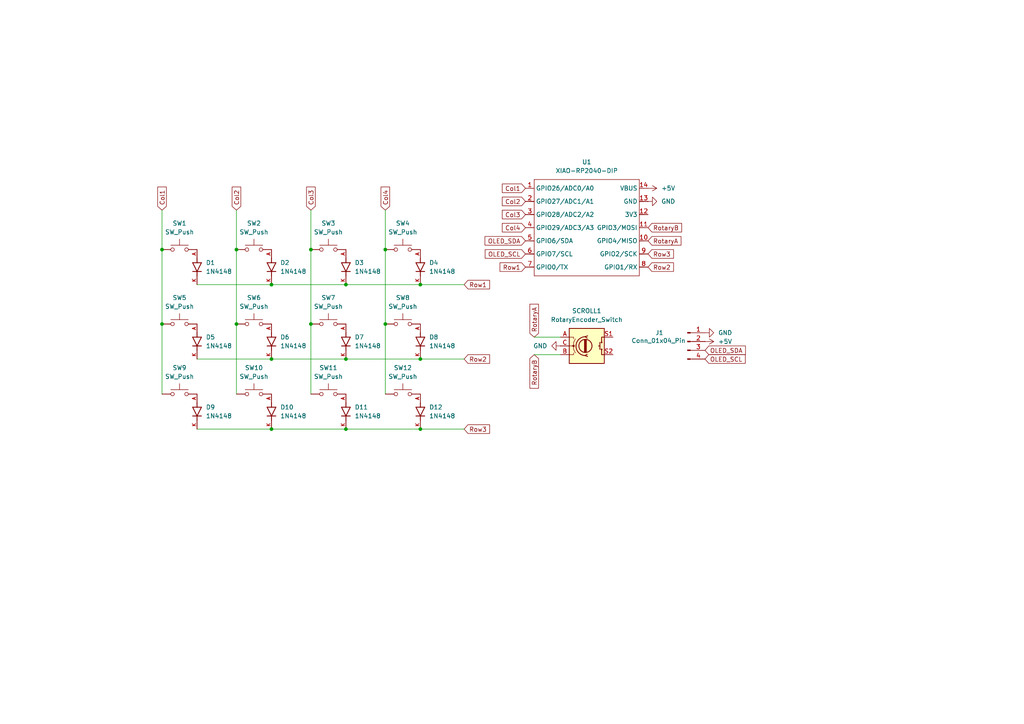
<source format=kicad_sch>
(kicad_sch (version 20250114) (generator "eeschema") (generator_version "9.0")
  (paper "A4")
  (lib_symbols
    (symbol "1N4148:1N4148" (pin_names (offset 1.016))
      (property "Reference" "D" (at -5.08 2.54 0))
      (property "Value" "1N4148" (at -5.08 -3.81 0))
      (symbol "1N4148_0_0"
        (polyline (pts (xy -2.54 0) (xy -1.27 0)) (stroke (width 0.254)))
        (polyline (pts (xy -1.27 1.27) (xy -1.27 0)) (stroke (width 0.254)))
        (polyline (pts (xy -1.27 0) (xy -1.27 -1.27)) (stroke (width 0.254)))
        (polyline (pts (xy -1.27 -1.27) (xy 1.27 0)) (stroke (width 0.254)))
        (polyline (pts (xy 1.27 1.27) (xy 1.27 0)) (stroke (width 0.254)))
        (polyline (pts (xy 1.27 0) (xy -1.27 1.27)) (stroke (width 0.254)))
        (polyline (pts (xy 1.27 0) (xy 1.27 -1.27)) (stroke (width 0.254)))
        (polyline (pts (xy 1.27 0) (xy 2.54 0)) (stroke (width 0.254)))
        (pin passive line (at -5.08 0 0) (length 2.54) (name "~") (number "A"))
        (pin passive line (at 5.08 0 180) (length 2.54) (name "~") (number "K"))
      )
    )
    (symbol "Connector:Conn_01x04_Pin" (pin_names (offset 1.016) (hide yes))
      (property "Reference" "J" (at 0 5.08 0))
      (property "Value" "Conn_01x04_Pin" (at 0 -7.62 0))
      (symbol "Conn_01x04_Pin_1_1"
        (rectangle (start 0.8636 2.667) (end 0 2.413) (stroke (width 0.1524)) (fill (type outline)))
        (rectangle (start 0.8636 0.127) (end 0 -0.127) (stroke (width 0.1524)) (fill (type outline)))
        (rectangle (start 0.8636 -2.413) (end 0 -2.667) (stroke (width 0.1524)) (fill (type outline)))
        (rectangle (start 0.8636 -4.953) (end 0 -5.207) (stroke (width 0.1524)) (fill (type outline)))
        (polyline (pts (xy 1.27 2.54) (xy 0.8636 2.54)) (stroke (width 0.1524)))
        (polyline (pts (xy 1.27 0) (xy 0.8636 0)) (stroke (width 0.1524)))
        (polyline (pts (xy 1.27 -2.54) (xy 0.8636 -2.54)) (stroke (width 0.1524)))
        (polyline (pts (xy 1.27 -5.08) (xy 0.8636 -5.08)) (stroke (width 0.1524)))
        (pin passive line (at 5.08 2.54 180) (length 3.81) (name "Pin_1") (number "1"))
        (pin passive line (at 5.08 0 180) (length 3.81) (name "Pin_2") (number "2"))
        (pin passive line (at 5.08 -2.54 180) (length 3.81) (name "Pin_3") (number "3"))
        (pin passive line (at 5.08 -5.08 180) (length 3.81) (name "Pin_4") (number "4"))
      )
    )
    (symbol "Device:RotaryEncoder_Switch" (pin_names (offset 0.254) (hide yes))
      (property "Reference" "SW" (at 0 6.604 0))
      (property "Value" "RotaryEncoder_Switch" (at 0 -6.604 0))
      (symbol "RotaryEncoder_Switch_0_1"
        (rectangle (start -5.08 5.08) (end 5.08 -5.08) (stroke (width 0.254)) (fill (type background)))
        (polyline (pts (xy -5.08 2.54) (xy -3.81 2.54) (xy -3.81 2.032)))
        (polyline (pts (xy -5.08 0) (xy -3.81 0) (xy -3.81 -1.016) (xy -3.302 -2.032)))
        (polyline (pts (xy -5.08 -2.54) (xy -3.81 -2.54) (xy -3.81 -2.032)))
        (polyline (pts (xy -4.318 0) (xy -3.81 0) (xy -3.81 1.016) (xy -3.302 2.032)))
        (circle (center -3.81 0) (radius 0.254) (fill (type outline)))
        (polyline (pts (xy -0.635 -1.778) (xy -0.635 1.778)) (stroke (width 0.254)))
        (circle (center -0.381 0) (radius 1.905) (stroke (width 0.254)))
        (polyline (pts (xy -0.381 -1.778) (xy -0.381 1.778)) (stroke (width 0.254)))
        (arc (start -0.381 -2.794) (mid -3.0988 -0.0635) (end -0.381 2.667) (stroke (width 0.254)))
        (polyline (pts (xy -0.127 1.778) (xy -0.127 -1.778)) (stroke (width 0.254)))
        (polyline (pts (xy 0.254 2.921) (xy -0.508 2.667) (xy 0.127 2.286)) (stroke (width 0.254)))
        (polyline (pts (xy 0.254 -3.048) (xy -0.508 -2.794) (xy 0.127 -2.413)) (stroke (width 0.254)))
        (polyline (pts (xy 3.81 1.016) (xy 3.81 -1.016)) (stroke (width 0.254)))
        (polyline (pts (xy 3.81 0) (xy 3.429 0)) (stroke (width 0.254)))
        (circle (center 4.318 1.016) (radius 0.127) (stroke (width 0.254)))
        (circle (center 4.318 -1.016) (radius 0.127) (stroke (width 0.254)))
        (polyline (pts (xy 5.08 2.54) (xy 4.318 2.54) (xy 4.318 1.016)) (stroke (width 0.254)))
        (polyline (pts (xy 5.08 -2.54) (xy 4.318 -2.54) (xy 4.318 -1.016)) (stroke (width 0.254)))
      )
      (symbol "RotaryEncoder_Switch_1_1"
        (pin passive line (at -7.62 2.54 0) (length 2.54) (name "A") (number "A"))
        (pin passive line (at -7.62 0 0) (length 2.54) (name "C") (number "C"))
        (pin passive line (at -7.62 -2.54 0) (length 2.54) (name "B") (number "B"))
        (pin passive line (at 7.62 2.54 180) (length 2.54) (name "S1") (number "S1"))
        (pin passive line (at 7.62 -2.54 180) (length 2.54) (name "S2") (number "S2"))
      )
    )
    (symbol "OPL:XIAO-RP2040-DIP"
      (property "Reference" "U" (at 0 0 0))
      (property "Value" "XIAO-RP2040-DIP" (at 5.334 -1.778 0))
      (symbol "XIAO-RP2040-DIP_1_0"
        (polyline (pts (xy -1.27 -2.54) (xy 29.21 -2.54)) (stroke (width 0.1524)))
        (polyline (pts (xy -1.27 -5.08) (xy -2.54 -5.08)) (stroke (width 0.1524)))
        (polyline (pts (xy -1.27 -5.08) (xy -1.27 -2.54)) (stroke (width 0.1524)))
        (polyline (pts (xy -1.27 -8.89) (xy -2.54 -8.89)) (stroke (width 0.1524)))
        (polyline (pts (xy -1.27 -8.89) (xy -1.27 -5.08)) (stroke (width 0.1524)))
        (polyline (pts (xy -1.27 -12.7) (xy -2.54 -12.7)) (stroke (width 0.1524)))
        (polyline (pts (xy -1.27 -12.7) (xy -1.27 -8.89)) (stroke (width 0.1524)))
        (polyline (pts (xy -1.27 -16.51) (xy -2.54 -16.51)) (stroke (width 0.1524)))
        (polyline (pts (xy -1.27 -16.51) (xy -1.27 -12.7)) (stroke (width 0.1524)))
        (polyline (pts (xy -1.27 -20.32) (xy -2.54 -20.32)) (stroke (width 0.1524)))
        (polyline (pts (xy -1.27 -24.13) (xy -2.54 -24.13)) (stroke (width 0.1524)))
        (polyline (pts (xy -1.27 -27.94) (xy -2.54 -27.94)) (stroke (width 0.1524)))
        (polyline (pts (xy -1.27 -30.48) (xy -1.27 -16.51)) (stroke (width 0.1524)))
        (polyline (pts (xy 29.21 -2.54) (xy 29.21 -5.08)) (stroke (width 0.1524)))
        (polyline (pts (xy 29.21 -5.08) (xy 29.21 -8.89)) (stroke (width 0.1524)))
        (polyline (pts (xy 29.21 -8.89) (xy 29.21 -12.7)) (stroke (width 0.1524)))
        (polyline (pts (xy 29.21 -12.7) (xy 29.21 -30.48)) (stroke (width 0.1524)))
        (polyline (pts (xy 29.21 -30.48) (xy -1.27 -30.48)) (stroke (width 0.1524)))
        (polyline (pts (xy 30.48 -5.08) (xy 29.21 -5.08)) (stroke (width 0.1524)))
        (polyline (pts (xy 30.48 -8.89) (xy 29.21 -8.89)) (stroke (width 0.1524)))
        (polyline (pts (xy 30.48 -12.7) (xy 29.21 -12.7)) (stroke (width 0.1524)))
        (polyline (pts (xy 30.48 -16.51) (xy 29.21 -16.51)) (stroke (width 0.1524)))
        (polyline (pts (xy 30.48 -20.32) (xy 29.21 -20.32)) (stroke (width 0.1524)))
        (polyline (pts (xy 30.48 -24.13) (xy 29.21 -24.13)) (stroke (width 0.1524)))
        (polyline (pts (xy 30.48 -27.94) (xy 29.21 -27.94)) (stroke (width 0.1524)))
        (pin passive line (at -3.81 -5.08 0) (length 2.54) (name "GPIO26/ADC0/A0") (number "1"))
        (pin passive line (at -3.81 -8.89 0) (length 2.54) (name "GPIO27/ADC1/A1") (number "2"))
        (pin passive line (at -3.81 -12.7 0) (length 2.54) (name "GPIO28/ADC2/A2") (number "3"))
        (pin passive line (at -3.81 -16.51 0) (length 2.54) (name "GPIO29/ADC3/A3") (number "4"))
        (pin passive line (at -3.81 -20.32 0) (length 2.54) (name "GPIO6/SDA") (number "5"))
        (pin passive line (at -3.81 -24.13 0) (length 2.54) (name "GPIO7/SCL") (number "6"))
        (pin passive line (at -3.81 -27.94 0) (length 2.54) (name "GPIO0/TX") (number "7"))
        (pin passive line (at 31.75 -5.08 180) (length 2.54) (name "VBUS") (number "14"))
        (pin passive line (at 31.75 -8.89 180) (length 2.54) (name "GND") (number "13"))
        (pin passive line (at 31.75 -12.7 180) (length 2.54) (name "3V3") (number "12"))
        (pin passive line (at 31.75 -16.51 180) (length 2.54) (name "GPIO3/MOSI") (number "11"))
        (pin passive line (at 31.75 -20.32 180) (length 2.54) (name "GPIO4/MISO") (number "10"))
        (pin passive line (at 31.75 -24.13 180) (length 2.54) (name "GPIO2/SCK") (number "9"))
        (pin passive line (at 31.75 -27.94 180) (length 2.54) (name "GPIO1/RX") (number "8"))
      )
    )
    (symbol "Switch:SW_Push" (pin_numbers (hide yes)) (pin_names (offset 1.016) (hide yes))
      (property "Reference" "SW" (at 1.27 2.54 0))
      (property "Value" "SW_Push" (at 0 -1.524 0))
      (symbol "SW_Push_0_1"
        (circle (center -2.032 0) (radius 0.508))
        (polyline (pts (xy 0 1.27) (xy 0 3.048)))
        (circle (center 2.032 0) (radius 0.508))
        (polyline (pts (xy 2.54 1.27) (xy -2.54 1.27)))
        (pin passive line (at -5.08 0 0) (length 2.54) (name "1") (number "1"))
        (pin passive line (at 5.08 0 180) (length 2.54) (name "2") (number "2"))
      )
    )
    (symbol "power:+5V" (power) (pin_numbers (hide yes)) (pin_names (offset 0) (hide yes))
      (property "Value" "+5V" (at 0 3.556 0))
      (symbol "+5V_0_1"
        (polyline (pts (xy -0.762 1.27) (xy 0 2.54)))
        (polyline (pts (xy 0 2.54) (xy 0.762 1.27)))
        (polyline (pts (xy 0 0) (xy 0 2.54)))
      )
      (symbol "+5V_1_1"
        (pin power_in line (at 0 0 90) (length 0) (name "~") (number "1"))
      )
    )
    (symbol "power:GND" (power) (pin_numbers (hide yes)) (pin_names (offset 0) (hide yes))
      (property "Value" "GND" (at 0 -3.81 0))
      (symbol "GND_0_1"
        (polyline (pts (xy 0 0) (xy 0 -1.27) (xy 1.27 -1.27) (xy 0 -2.54) (xy -1.27 -1.27) (xy 0 -1.27)))
      )
      (symbol "GND_1_1"
        (pin power_in line (at 0 0 270) (length 0) (name "~") (number "1"))
      )
    )
  )
  (junction (at 121.92 104.14))
  (junction (at 78.74 124.46))
  (junction (at 100.33 104.14))
  (junction (at 68.58 72.39))
  (junction (at 121.92 82.55))
  (junction (at 46.99 93.98))
  (junction (at 111.76 72.39))
  (junction (at 78.74 104.14))
  (junction (at 100.33 82.55))
  (junction (at 68.58 93.98))
  (junction (at 46.99 72.39))
  (junction (at 100.33 124.46))
  (junction (at 90.17 72.39))
  (junction (at 90.17 93.98))
  (junction (at 121.92 124.46))
  (junction (at 78.74 82.55))
  (junction (at 111.76 93.98))
  (wire (pts (xy 46.99 93.98) (xy 46.99 114.3)))
  (wire (pts (xy 57.15 104.14) (xy 78.74 104.14)))
  (wire (pts (xy 68.58 93.98) (xy 68.58 114.3)))
  (wire (pts (xy 57.15 82.55) (xy 78.74 82.55)))
  (wire (pts (xy 90.17 60.96) (xy 90.17 72.39)))
  (wire (pts (xy 121.92 104.14) (xy 134.62 104.14)))
  (wire (pts (xy 68.58 60.96) (xy 68.58 72.39)))
  (wire (pts (xy 154.94 102.87) (xy 162.56 102.87)))
  (wire (pts (xy 78.74 124.46) (xy 100.33 124.46)))
  (wire (pts (xy 154.94 97.79) (xy 162.56 97.79)))
  (wire (pts (xy 78.74 82.55) (xy 100.33 82.55)))
  (wire (pts (xy 57.15 124.46) (xy 78.74 124.46)))
  (wire (pts (xy 90.17 72.39) (xy 90.17 93.98)))
  (wire (pts (xy 68.58 72.39) (xy 68.58 93.98)))
  (wire (pts (xy 46.99 60.96) (xy 46.99 72.39)))
  (wire (pts (xy 121.92 124.46) (xy 134.62 124.46)))
  (wire (pts (xy 111.76 72.39) (xy 111.76 93.98)))
  (wire (pts (xy 111.76 60.96) (xy 111.76 72.39)))
  (wire (pts (xy 100.33 82.55) (xy 121.92 82.55)))
  (wire (pts (xy 90.17 93.98) (xy 90.17 114.3)))
  (wire (pts (xy 121.92 82.55) (xy 134.62 82.55)))
  (wire (pts (xy 78.74 104.14) (xy 100.33 104.14)))
  (wire (pts (xy 46.99 72.39) (xy 46.99 93.98)))
  (wire (pts (xy 100.33 104.14) (xy 121.92 104.14)))
  (wire (pts (xy 100.33 124.46) (xy 121.92 124.46)))
  (wire (pts (xy 111.76 93.98) (xy 111.76 114.3)))
  (global_label "Col1" (shape input) (at 152.4 54.61 180) (property "Intersheetrefs" "${INTERSHEET_REFS}" (effects (hide yes))))
  (global_label "RotaryB" (shape input) (at 154.94 102.87 270) (property "Intersheetrefs" "${INTERSHEET_REFS}" (effects (hide yes))))
  (global_label "Col4" (shape input) (at 111.76 60.96 90) (property "Intersheetrefs" "${INTERSHEET_REFS}" (effects (hide yes))))
  (global_label "RotaryA" (shape input) (at 187.96 69.85 0) (property "Intersheetrefs" "${INTERSHEET_REFS}" (effects (hide yes))))
  (global_label "Row3" (shape input) (at 187.96 73.66 0) (property "Intersheetrefs" "${INTERSHEET_REFS}" (effects (hide yes))))
  (global_label "Col1" (shape input) (at 46.99 60.96 90) (property "Intersheetrefs" "${INTERSHEET_REFS}" (effects (hide yes))))
  (global_label "OLED_SDA" (shape input) (at 204.47 101.6 0) (property "Intersheetrefs" "${INTERSHEET_REFS}" (effects (hide yes))))
  (global_label "OLED_SCL" (shape input) (at 152.4 73.66 180) (property "Intersheetrefs" "${INTERSHEET_REFS}" (effects (hide yes))))
  (global_label "Col2" (shape input) (at 68.58 60.96 90) (property "Intersheetrefs" "${INTERSHEET_REFS}" (effects (hide yes))))
  (global_label "Col4" (shape input) (at 152.4 66.04 180) (property "Intersheetrefs" "${INTERSHEET_REFS}" (effects (hide yes))))
  (global_label "RotaryB" (shape input) (at 187.96 66.04 0) (property "Intersheetrefs" "${INTERSHEET_REFS}" (effects (hide yes))))
  (global_label "Row2" (shape input) (at 134.62 104.14 0) (property "Intersheetrefs" "${INTERSHEET_REFS}" (effects (hide yes))))
  (global_label "Row1" (shape input) (at 134.62 82.55 0) (property "Intersheetrefs" "${INTERSHEET_REFS}" (effects (hide yes))))
  (global_label "RotaryA" (shape input) (at 154.94 97.79 90) (property "Intersheetrefs" "${INTERSHEET_REFS}" (effects (hide yes))))
  (global_label "Row2" (shape input) (at 187.96 77.47 0) (property "Intersheetrefs" "${INTERSHEET_REFS}" (effects (hide yes))))
  (global_label "OLED_SCL" (shape input) (at 204.47 104.14 0) (property "Intersheetrefs" "${INTERSHEET_REFS}" (effects (hide yes))))
  (global_label "Col3" (shape input) (at 90.17 60.96 90) (property "Intersheetrefs" "${INTERSHEET_REFS}" (effects (hide yes))))
  (global_label "Col3" (shape input) (at 152.4 62.23 180) (property "Intersheetrefs" "${INTERSHEET_REFS}" (effects (hide yes))))
  (global_label "Row1" (shape input) (at 152.4 77.47 180) (property "Intersheetrefs" "${INTERSHEET_REFS}" (effects (hide yes))))
  (global_label "OLED_SDA" (shape input) (at 152.4 69.85 180) (property "Intersheetrefs" "${INTERSHEET_REFS}" (effects (hide yes))))
  (global_label "Row3" (shape input) (at 134.62 124.46 0) (property "Intersheetrefs" "${INTERSHEET_REFS}" (effects (hide yes))))
  (global_label "Col2" (shape input) (at 152.4 58.42 180) (property "Intersheetrefs" "${INTERSHEET_REFS}" (effects (hide yes))))
  (symbol (lib_id "1N4148:1N4148") (at 121.92 99.06 270) (unit 1)
    (property "Reference" "D8" (at 124.46 97.7899 90) (effects (justify left)))
    (property "Value" "1N4148" (at 124.46 100.3299 90) (effects (justify left)))
    (property "Footprint" "1N4148:DIOAD753W49L380D172B" (effects (hide yes)))
    (property "MF" "onsemi" (effects (hide yes)))
    (property "MAXIMUM_PACKAGE_HEIGHT" "1.91mm" (effects (hide yes)))
    (property "Package" "AXIAL LEAD-2 ON Semiconductor" (effects (hide yes)))
    (property "Price" "None" (effects (hide yes)))
    (property "Check_prices" "https://www.snapeda.com/parts/1N4148/Onsemi/view-part/?ref=eda" (effects (hide yes)))
    (property "STANDARD" "IPC-7351B" (effects (hide yes)))
    (property "PARTREV" "5" (effects (hide yes)))
    (property "SnapEDA_Link" "https://www.snapeda.com/parts/1N4148/Onsemi/view-part/?ref=snap" (effects (hide yes)))
    (property "MP" "1N4148" (effects (hide yes)))
    (property "Description_1" "Diode Standard 75V 200mA Surface Mount SOD-523F" (effects (hide yes)))
    (property "Availability" "In Stock" (effects (hide yes)))
    (property "MANUFACTURER" "Onsemi" (effects (hide yes)))
  )
  (symbol (lib_id "Device:RotaryEncoder_Switch") (at 170.18 100.33 0) (unit 1)
    (property "Reference" "SCROLL1" (at 170.18 90.17 0))
    (property "Value" "RotaryEncoder_Switch" (at 170.18 92.71 0))
    (property "Footprint" "Rotary_Encoder:RotaryEncoder_Alps_EC11E-Switch_Vertical_H20mm" (effects (hide yes)))
    (property "Description" "Rotary encoder, dual channel, incremental quadrate outputs, with switch" (effects (hide yes)))
  )
  (symbol (lib_id "Switch:SW_Push") (at 116.84 72.39 0) (unit 1)
    (property "Reference" "SW4" (at 116.84 64.77 0))
    (property "Value" "SW_Push" (at 116.84 67.31 0))
    (property "Footprint" "Button_Switch_Keyboard:SW_Cherry_MX_1.00u_PCB" (effects (hide yes)))
    (property "Description" "Push button switch, generic, two pins" (effects (hide yes)))
  )
  (symbol (lib_id "Switch:SW_Push") (at 95.25 72.39 0) (unit 1)
    (property "Reference" "SW3" (at 95.25 64.77 0))
    (property "Value" "SW_Push" (at 95.25 67.31 0))
    (property "Footprint" "Button_Switch_Keyboard:SW_Cherry_MX_1.00u_PCB" (effects (hide yes)))
    (property "Description" "Push button switch, generic, two pins" (effects (hide yes)))
  )
  (symbol (lib_id "Switch:SW_Push") (at 73.66 72.39 0) (unit 1)
    (property "Reference" "SW2" (at 73.66 64.77 0))
    (property "Value" "SW_Push" (at 73.66 67.31 0))
    (property "Footprint" "Button_Switch_Keyboard:SW_Cherry_MX_1.00u_PCB" (effects (hide yes)))
    (property "Description" "Push button switch, generic, two pins" (effects (hide yes)))
  )
  (symbol (lib_id "Switch:SW_Push") (at 116.84 114.3 0) (unit 1)
    (property "Reference" "SW12" (at 116.84 106.68 0))
    (property "Value" "SW_Push" (at 116.84 109.22 0))
    (property "Footprint" "Button_Switch_Keyboard:SW_Cherry_MX_1.00u_PCB" (effects (hide yes)))
    (property "Description" "Push button switch, generic, two pins" (effects (hide yes)))
  )
  (symbol (lib_id "1N4148:1N4148") (at 57.15 99.06 270) (unit 1)
    (property "Reference" "D5" (at 59.69 97.7899 90) (effects (justify left)))
    (property "Value" "1N4148" (at 59.69 100.3299 90) (effects (justify left)))
    (property "Footprint" "1N4148:DIOAD753W49L380D172B" (effects (hide yes)))
    (property "MF" "onsemi" (effects (hide yes)))
    (property "MAXIMUM_PACKAGE_HEIGHT" "1.91mm" (effects (hide yes)))
    (property "Package" "AXIAL LEAD-2 ON Semiconductor" (effects (hide yes)))
    (property "Price" "None" (effects (hide yes)))
    (property "Check_prices" "https://www.snapeda.com/parts/1N4148/Onsemi/view-part/?ref=eda" (effects (hide yes)))
    (property "STANDARD" "IPC-7351B" (effects (hide yes)))
    (property "PARTREV" "5" (effects (hide yes)))
    (property "SnapEDA_Link" "https://www.snapeda.com/parts/1N4148/Onsemi/view-part/?ref=snap" (effects (hide yes)))
    (property "MP" "1N4148" (effects (hide yes)))
    (property "Description_1" "Diode Standard 75V 200mA Surface Mount SOD-523F" (effects (hide yes)))
    (property "Availability" "In Stock" (effects (hide yes)))
    (property "MANUFACTURER" "Onsemi" (effects (hide yes)))
  )
  (symbol (lib_id "Switch:SW_Push") (at 95.25 114.3 0) (unit 1)
    (property "Reference" "SW11" (at 95.25 106.68 0))
    (property "Value" "SW_Push" (at 95.25 109.22 0))
    (property "Footprint" "Button_Switch_Keyboard:SW_Cherry_MX_1.00u_PCB" (effects (hide yes)))
    (property "Description" "Push button switch, generic, two pins" (effects (hide yes)))
  )
  (symbol (lib_id "1N4148:1N4148") (at 121.92 119.38 270) (unit 1)
    (property "Reference" "D12" (at 124.46 118.1099 90) (effects (justify left)))
    (property "Value" "1N4148" (at 124.46 120.6499 90) (effects (justify left)))
    (property "Footprint" "1N4148:DIOAD753W49L380D172B" (effects (hide yes)))
    (property "MF" "onsemi" (effects (hide yes)))
    (property "MAXIMUM_PACKAGE_HEIGHT" "1.91mm" (effects (hide yes)))
    (property "Package" "AXIAL LEAD-2 ON Semiconductor" (effects (hide yes)))
    (property "Price" "None" (effects (hide yes)))
    (property "Check_prices" "https://www.snapeda.com/parts/1N4148/Onsemi/view-part/?ref=eda" (effects (hide yes)))
    (property "STANDARD" "IPC-7351B" (effects (hide yes)))
    (property "PARTREV" "5" (effects (hide yes)))
    (property "SnapEDA_Link" "https://www.snapeda.com/parts/1N4148/Onsemi/view-part/?ref=snap" (effects (hide yes)))
    (property "MP" "1N4148" (effects (hide yes)))
    (property "Description_1" "Diode Standard 75V 200mA Surface Mount SOD-523F" (effects (hide yes)))
    (property "Availability" "In Stock" (effects (hide yes)))
    (property "MANUFACTURER" "Onsemi" (effects (hide yes)))
  )
  (symbol (lib_id "power:GND") (at 187.96 58.42 90) (unit 1)
    (property "Reference" "#PWR04" (effects (hide yes)))
    (property "Value" "GND" (at 191.77 58.4199 90) (effects (justify right)))
    (property "Description" "Power symbol creates a global label with name \"GND\" , ground" (effects (hide yes)))
  )
  (symbol (lib_id "1N4148:1N4148") (at 78.74 119.38 270) (unit 1)
    (property "Reference" "D10" (at 81.28 118.1099 90) (effects (justify left)))
    (property "Value" "1N4148" (at 81.28 120.6499 90) (effects (justify left)))
    (property "Footprint" "1N4148:DIOAD753W49L380D172B" (effects (hide yes)))
    (property "MF" "onsemi" (effects (hide yes)))
    (property "MAXIMUM_PACKAGE_HEIGHT" "1.91mm" (effects (hide yes)))
    (property "Package" "AXIAL LEAD-2 ON Semiconductor" (effects (hide yes)))
    (property "Price" "None" (effects (hide yes)))
    (property "Check_prices" "https://www.snapeda.com/parts/1N4148/Onsemi/view-part/?ref=eda" (effects (hide yes)))
    (property "STANDARD" "IPC-7351B" (effects (hide yes)))
    (property "PARTREV" "5" (effects (hide yes)))
    (property "SnapEDA_Link" "https://www.snapeda.com/parts/1N4148/Onsemi/view-part/?ref=snap" (effects (hide yes)))
    (property "MP" "1N4148" (effects (hide yes)))
    (property "Description_1" "Diode Standard 75V 200mA Surface Mount SOD-523F" (effects (hide yes)))
    (property "Availability" "In Stock" (effects (hide yes)))
    (property "MANUFACTURER" "Onsemi" (effects (hide yes)))
  )
  (symbol (lib_id "Switch:SW_Push") (at 52.07 72.39 0) (unit 1)
    (property "Reference" "SW1" (at 52.07 64.77 0))
    (property "Value" "SW_Push" (at 52.07 67.31 0))
    (property "Footprint" "Button_Switch_Keyboard:SW_Cherry_MX_1.00u_PCB" (effects (hide yes)))
    (property "Description" "Push button switch, generic, two pins" (effects (hide yes)))
  )
  (symbol (lib_id "1N4148:1N4148") (at 57.15 119.38 270) (unit 1)
    (property "Reference" "D9" (at 59.69 118.1099 90) (effects (justify left)))
    (property "Value" "1N4148" (at 59.69 120.6499 90) (effects (justify left)))
    (property "Footprint" "1N4148:DIOAD753W49L380D172B" (effects (hide yes)))
    (property "MF" "onsemi" (effects (hide yes)))
    (property "MAXIMUM_PACKAGE_HEIGHT" "1.91mm" (effects (hide yes)))
    (property "Package" "AXIAL LEAD-2 ON Semiconductor" (effects (hide yes)))
    (property "Price" "None" (effects (hide yes)))
    (property "Check_prices" "https://www.snapeda.com/parts/1N4148/Onsemi/view-part/?ref=eda" (effects (hide yes)))
    (property "STANDARD" "IPC-7351B" (effects (hide yes)))
    (property "PARTREV" "5" (effects (hide yes)))
    (property "SnapEDA_Link" "https://www.snapeda.com/parts/1N4148/Onsemi/view-part/?ref=snap" (effects (hide yes)))
    (property "MP" "1N4148" (effects (hide yes)))
    (property "Description_1" "Diode Standard 75V 200mA Surface Mount SOD-523F" (effects (hide yes)))
    (property "Availability" "In Stock" (effects (hide yes)))
    (property "MANUFACTURER" "Onsemi" (effects (hide yes)))
  )
  (symbol (lib_id "1N4148:1N4148") (at 100.33 77.47 270) (unit 1)
    (property "Reference" "D3" (at 102.87 76.1999 90) (effects (justify left)))
    (property "Value" "1N4148" (at 102.87 78.7399 90) (effects (justify left)))
    (property "Footprint" "1N4148:DIOAD753W49L380D172B" (effects (hide yes)))
    (property "MF" "onsemi" (effects (hide yes)))
    (property "MAXIMUM_PACKAGE_HEIGHT" "1.91mm" (effects (hide yes)))
    (property "Package" "AXIAL LEAD-2 ON Semiconductor" (effects (hide yes)))
    (property "Price" "None" (effects (hide yes)))
    (property "Check_prices" "https://www.snapeda.com/parts/1N4148/Onsemi/view-part/?ref=eda" (effects (hide yes)))
    (property "STANDARD" "IPC-7351B" (effects (hide yes)))
    (property "PARTREV" "5" (effects (hide yes)))
    (property "SnapEDA_Link" "https://www.snapeda.com/parts/1N4148/Onsemi/view-part/?ref=snap" (effects (hide yes)))
    (property "MP" "1N4148" (effects (hide yes)))
    (property "Description_1" "Diode Standard 75V 200mA Surface Mount SOD-523F" (effects (hide yes)))
    (property "Availability" "In Stock" (effects (hide yes)))
    (property "MANUFACTURER" "Onsemi" (effects (hide yes)))
  )
  (symbol (lib_id "power:+5V") (at 204.47 99.06 270) (unit 1)
    (property "Reference" "#PWR01" (effects (hide yes)))
    (property "Value" "+5V" (at 208.28 99.0599 90) (effects (justify left)))
    (property "Description" "Power symbol creates a global label with name \"+5V\"" (effects (hide yes)))
  )
  (symbol (lib_id "Connector:Conn_01x04_Pin") (at 199.39 99.06 0) (unit 1)
    (property "Reference" "J1" (at 191.262 96.52 0))
    (property "Value" "Conn_01x04_Pin" (at 191.008 98.806 0))
    (property "Footprint" "OLED Display:SSD1306-0.91-OLED-4pin-128x32" (effects (hide yes)))
    (property "Description" "Generic connector, single row, 01x04, script generated" (effects (hide yes)))
  )
  (symbol (lib_id "1N4148:1N4148") (at 121.92 77.47 270) (unit 1)
    (property "Reference" "D4" (at 124.46 76.1999 90) (effects (justify left)))
    (property "Value" "1N4148" (at 124.46 78.7399 90) (effects (justify left)))
    (property "Footprint" "1N4148:DIOAD753W49L380D172B" (effects (hide yes)))
    (property "MF" "onsemi" (effects (hide yes)))
    (property "MAXIMUM_PACKAGE_HEIGHT" "1.91mm" (effects (hide yes)))
    (property "Package" "AXIAL LEAD-2 ON Semiconductor" (effects (hide yes)))
    (property "Price" "None" (effects (hide yes)))
    (property "Check_prices" "https://www.snapeda.com/parts/1N4148/Onsemi/view-part/?ref=eda" (effects (hide yes)))
    (property "STANDARD" "IPC-7351B" (effects (hide yes)))
    (property "PARTREV" "5" (effects (hide yes)))
    (property "SnapEDA_Link" "https://www.snapeda.com/parts/1N4148/Onsemi/view-part/?ref=snap" (effects (hide yes)))
    (property "MP" "1N4148" (effects (hide yes)))
    (property "Description_1" "Diode Standard 75V 200mA Surface Mount SOD-523F" (effects (hide yes)))
    (property "Availability" "In Stock" (effects (hide yes)))
    (property "MANUFACTURER" "Onsemi" (effects (hide yes)))
  )
  (symbol (lib_id "Switch:SW_Push") (at 52.07 114.3 0) (unit 1)
    (property "Reference" "SW9" (at 52.07 106.68 0))
    (property "Value" "SW_Push" (at 52.07 109.22 0))
    (property "Footprint" "Button_Switch_Keyboard:SW_Cherry_MX_1.00u_PCB" (effects (hide yes)))
    (property "Description" "Push button switch, generic, two pins" (effects (hide yes)))
  )
  (symbol (lib_id "1N4148:1N4148") (at 78.74 99.06 270) (unit 1)
    (property "Reference" "D6" (at 81.28 97.7899 90) (effects (justify left)))
    (property "Value" "1N4148" (at 81.28 100.3299 90) (effects (justify left)))
    (property "Footprint" "1N4148:DIOAD753W49L380D172B" (effects (hide yes)))
    (property "MF" "onsemi" (effects (hide yes)))
    (property "MAXIMUM_PACKAGE_HEIGHT" "1.91mm" (effects (hide yes)))
    (property "Package" "AXIAL LEAD-2 ON Semiconductor" (effects (hide yes)))
    (property "Price" "None" (effects (hide yes)))
    (property "Check_prices" "https://www.snapeda.com/parts/1N4148/Onsemi/view-part/?ref=eda" (effects (hide yes)))
    (property "STANDARD" "IPC-7351B" (effects (hide yes)))
    (property "PARTREV" "5" (effects (hide yes)))
    (property "SnapEDA_Link" "https://www.snapeda.com/parts/1N4148/Onsemi/view-part/?ref=snap" (effects (hide yes)))
    (property "MP" "1N4148" (effects (hide yes)))
    (property "Description_1" "Diode Standard 75V 200mA Surface Mount SOD-523F" (effects (hide yes)))
    (property "Availability" "In Stock" (effects (hide yes)))
    (property "MANUFACTURER" "Onsemi" (effects (hide yes)))
  )
  (symbol (lib_id "OPL:XIAO-RP2040-DIP") (at 156.21 49.53 0) (unit 1)
    (property "Reference" "U1" (at 170.18 46.99 0))
    (property "Value" "XIAO-RP2040-DIP" (at 170.18 49.53 0))
    (property "Footprint" "OPL:XIAO-RP2040-DIP" (effects (hide yes)))
  )
  (symbol (lib_id "Switch:SW_Push") (at 52.07 93.98 0) (unit 1)
    (property "Reference" "SW5" (at 52.07 86.36 0))
    (property "Value" "SW_Push" (at 52.07 88.9 0))
    (property "Footprint" "Button_Switch_Keyboard:SW_Cherry_MX_1.00u_PCB" (effects (hide yes)))
    (property "Description" "Push button switch, generic, two pins" (effects (hide yes)))
  )
  (symbol (lib_id "Switch:SW_Push") (at 73.66 93.98 0) (unit 1)
    (property "Reference" "SW6" (at 73.66 86.36 0))
    (property "Value" "SW_Push" (at 73.66 88.9 0))
    (property "Footprint" "Button_Switch_Keyboard:SW_Cherry_MX_1.00u_PCB" (effects (hide yes)))
    (property "Description" "Push button switch, generic, two pins" (effects (hide yes)))
  )
  (symbol (lib_id "1N4148:1N4148") (at 100.33 119.38 270) (unit 1)
    (property "Reference" "D11" (at 102.87 118.1099 90) (effects (justify left)))
    (property "Value" "1N4148" (at 102.87 120.6499 90) (effects (justify left)))
    (property "Footprint" "1N4148:DIOAD753W49L380D172B" (effects (hide yes)))
    (property "MF" "onsemi" (effects (hide yes)))
    (property "MAXIMUM_PACKAGE_HEIGHT" "1.91mm" (effects (hide yes)))
    (property "Package" "AXIAL LEAD-2 ON Semiconductor" (effects (hide yes)))
    (property "Price" "None" (effects (hide yes)))
    (property "Check_prices" "https://www.snapeda.com/parts/1N4148/Onsemi/view-part/?ref=eda" (effects (hide yes)))
    (property "STANDARD" "IPC-7351B" (effects (hide yes)))
    (property "PARTREV" "5" (effects (hide yes)))
    (property "SnapEDA_Link" "https://www.snapeda.com/parts/1N4148/Onsemi/view-part/?ref=snap" (effects (hide yes)))
    (property "MP" "1N4148" (effects (hide yes)))
    (property "Description_1" "Diode Standard 75V 200mA Surface Mount SOD-523F" (effects (hide yes)))
    (property "Availability" "In Stock" (effects (hide yes)))
    (property "MANUFACTURER" "Onsemi" (effects (hide yes)))
  )
  (symbol (lib_id "power:GND") (at 204.47 96.52 90) (unit 1)
    (property "Reference" "#PWR02" (effects (hide yes)))
    (property "Value" "GND" (at 208.28 96.5199 90) (effects (justify right)))
    (property "Description" "Power symbol creates a global label with name \"GND\" , ground" (effects (hide yes)))
  )
  (symbol (lib_id "1N4148:1N4148") (at 78.74 77.47 270) (unit 1)
    (property "Reference" "D2" (at 81.28 76.1999 90) (effects (justify left)))
    (property "Value" "1N4148" (at 81.28 78.7399 90) (effects (justify left)))
    (property "Footprint" "1N4148:DIOAD753W49L380D172B" (effects (hide yes)))
    (property "MF" "onsemi" (effects (hide yes)))
    (property "MAXIMUM_PACKAGE_HEIGHT" "1.91mm" (effects (hide yes)))
    (property "Package" "AXIAL LEAD-2 ON Semiconductor" (effects (hide yes)))
    (property "Price" "None" (effects (hide yes)))
    (property "Check_prices" "https://www.snapeda.com/parts/1N4148/Onsemi/view-part/?ref=eda" (effects (hide yes)))
    (property "STANDARD" "IPC-7351B" (effects (hide yes)))
    (property "PARTREV" "5" (effects (hide yes)))
    (property "SnapEDA_Link" "https://www.snapeda.com/parts/1N4148/Onsemi/view-part/?ref=snap" (effects (hide yes)))
    (property "MP" "1N4148" (effects (hide yes)))
    (property "Description_1" "Diode Standard 75V 200mA Surface Mount SOD-523F" (effects (hide yes)))
    (property "Availability" "In Stock" (effects (hide yes)))
    (property "MANUFACTURER" "Onsemi" (effects (hide yes)))
  )
  (symbol (lib_id "Switch:SW_Push") (at 95.25 93.98 0) (unit 1)
    (property "Reference" "SW7" (at 95.25 86.36 0))
    (property "Value" "SW_Push" (at 95.25 88.9 0))
    (property "Footprint" "Button_Switch_Keyboard:SW_Cherry_MX_1.00u_PCB" (effects (hide yes)))
    (property "Description" "Push button switch, generic, two pins" (effects (hide yes)))
  )
  (symbol (lib_id "1N4148:1N4148") (at 100.33 99.06 270) (unit 1)
    (property "Reference" "D7" (at 102.87 97.7899 90) (effects (justify left)))
    (property "Value" "1N4148" (at 102.87 100.3299 90) (effects (justify left)))
    (property "Footprint" "1N4148:DIOAD753W49L380D172B" (effects (hide yes)))
    (property "MF" "onsemi" (effects (hide yes)))
    (property "MAXIMUM_PACKAGE_HEIGHT" "1.91mm" (effects (hide yes)))
    (property "Package" "AXIAL LEAD-2 ON Semiconductor" (effects (hide yes)))
    (property "Price" "None" (effects (hide yes)))
    (property "Check_prices" "https://www.snapeda.com/parts/1N4148/Onsemi/view-part/?ref=eda" (effects (hide yes)))
    (property "STANDARD" "IPC-7351B" (effects (hide yes)))
    (property "PARTREV" "5" (effects (hide yes)))
    (property "SnapEDA_Link" "https://www.snapeda.com/parts/1N4148/Onsemi/view-part/?ref=snap" (effects (hide yes)))
    (property "MP" "1N4148" (effects (hide yes)))
    (property "Description_1" "Diode Standard 75V 200mA Surface Mount SOD-523F" (effects (hide yes)))
    (property "Availability" "In Stock" (effects (hide yes)))
    (property "MANUFACTURER" "Onsemi" (effects (hide yes)))
  )
  (symbol (lib_id "power:+5V") (at 187.96 54.61 270) (unit 1)
    (property "Reference" "#PWR03" (effects (hide yes)))
    (property "Value" "+5V" (at 191.77 54.6099 90) (effects (justify left)))
    (property "Description" "Power symbol creates a global label with name \"+5V\"" (effects (hide yes)))
  )
  (symbol (lib_id "Switch:SW_Push") (at 73.66 114.3 0) (unit 1)
    (property "Reference" "SW10" (at 73.66 106.68 0))
    (property "Value" "SW_Push" (at 73.66 109.22 0))
    (property "Footprint" "Button_Switch_Keyboard:SW_Cherry_MX_1.00u_PCB" (effects (hide yes)))
    (property "Description" "Push button switch, generic, two pins" (effects (hide yes)))
  )
  (symbol (lib_id "Switch:SW_Push") (at 116.84 93.98 0) (unit 1)
    (property "Reference" "SW8" (at 116.84 86.36 0))
    (property "Value" "SW_Push" (at 116.84 88.9 0))
    (property "Footprint" "Button_Switch_Keyboard:SW_Cherry_MX_1.00u_PCB" (effects (hide yes)))
    (property "Description" "Push button switch, generic, two pins" (effects (hide yes)))
  )
  (symbol (lib_id "power:GND") (at 162.56 100.33 270) (unit 1)
    (property "Reference" "#PWR05" (effects (hide yes)))
    (property "Value" "GND" (at 158.75 100.3299 90) (effects (justify right)))
    (property "Description" "Power symbol creates a global label with name \"GND\" , ground" (effects (hide yes)))
  )
  (symbol (lib_id "1N4148:1N4148") (at 57.15 77.47 270) (unit 1)
    (property "Reference" "D1" (at 59.69 76.1999 90) (effects (justify left)))
    (property "Value" "1N4148" (at 59.69 78.7399 90) (effects (justify left)))
    (property "Footprint" "1N4148:DIOAD753W49L380D172B" (effects (hide yes)))
    (property "MF" "onsemi" (effects (hide yes)))
    (property "MAXIMUM_PACKAGE_HEIGHT" "1.91mm" (effects (hide yes)))
    (property "Package" "AXIAL LEAD-2 ON Semiconductor" (effects (hide yes)))
    (property "Price" "None" (effects (hide yes)))
    (property "Check_prices" "https://www.snapeda.com/parts/1N4148/Onsemi/view-part/?ref=eda" (effects (hide yes)))
    (property "STANDARD" "IPC-7351B" (effects (hide yes)))
    (property "PARTREV" "5" (effects (hide yes)))
    (property "SnapEDA_Link" "https://www.snapeda.com/parts/1N4148/Onsemi/view-part/?ref=snap" (effects (hide yes)))
    (property "MP" "1N4148" (effects (hide yes)))
    (property "Description_1" "Diode Standard 75V 200mA Surface Mount SOD-523F" (effects (hide yes)))
    (property "Availability" "In Stock" (effects (hide yes)))
    (property "MANUFACTURER" "Onsemi" (effects (hide yes)))
  )
)
</source>
